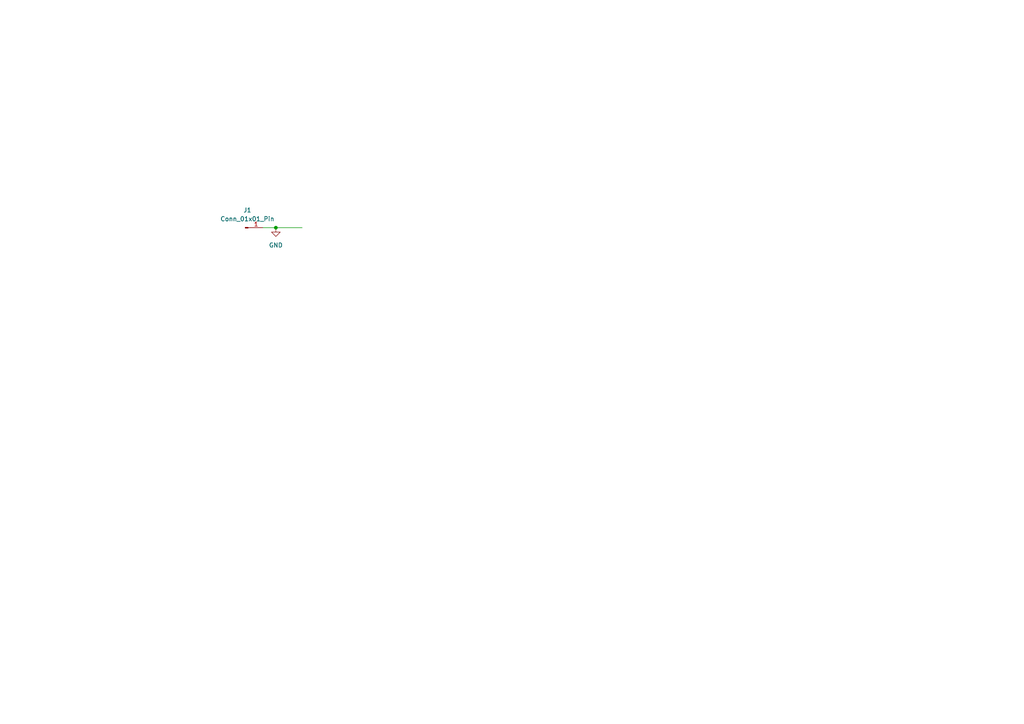
<source format=kicad_sch>
(kicad_sch (version 20230121) (generator eeschema)
  (paper "A4")
  (lib_symbols
    (symbol "Connector:Conn_01x01_Pin" (pin_names (offset 1.016) hide)
      (property "Reference" "J" (at 0 2.54 0))
      (property "Value" "Conn_01x01_Pin" (at 0 -2.54 0))
      (symbol "Conn_01x01_Pin_1_1"
        (polyline (pts (xy 1.27 0) (xy 0.8636 0)) (stroke (width 0.1524)))
        (rectangle (start 0.8636 0.127) (end 0 -0.127) (stroke (width 0.1524)) (fill (type outline)))
        (pin passive line (at 5.08 0 180) (length 3.81) (name "Pin_1") (number "1"))
      )
    )
    (symbol "power:GND" (power) (pin_names (offset 0))
      (property "Value" "GND" (at 0 -3.81 0))
      (symbol "GND_0_1"
        (polyline (pts (xy 0 0) (xy 0 -1.27) (xy 1.27 -1.27) (xy 0 -2.54) (xy -1.27 -1.27) (xy 0 -1.27)))
      )
      (symbol "GND_1_1"
        (pin power_in line (at 0 0 270) (length 0) hide (name "GND") (number "1"))
      )
    )
  )
  (junction (at 80.01 66.04))
  (wire (pts (xy 80.01 66.04) (xy 87.63 66.04)))
  (wire (pts (xy 76.2 66.04) (xy 80.01 66.04)))
  (symbol (lib_id "Connector:Conn_01x01_Pin") (at 71.12 66.04 0) (unit 1)
    (property "Reference" "J1" (at 71.755 60.96 0))
    (property "Value" "Conn_01x01_Pin" (at 71.755 63.5 0))
    (property "Footprint" "Connector_PinHeader_1.00mm:PinHeader_1x01_P1.00mm_Vertical" (effects hide))
  )
  (symbol (lib_id "power:GND") (at 80.01 66.04 0) (unit 1)
    (property "Reference" "#PWR01" (effects hide))
    (property "Value" "GND" (at 80.01 71.12 0))
  )
)
</source>
